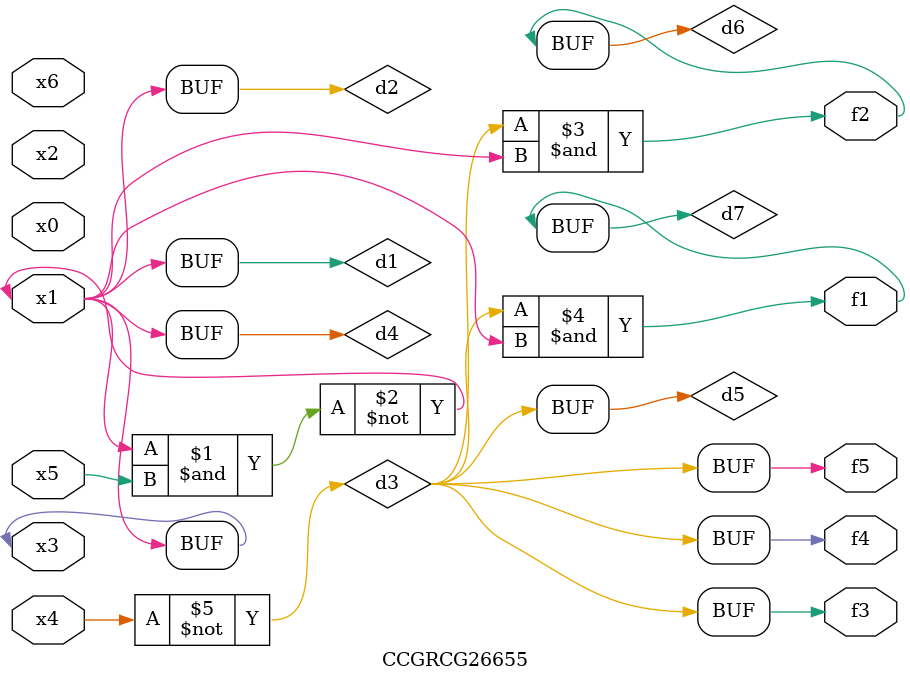
<source format=v>
module CCGRCG26655(
	input x0, x1, x2, x3, x4, x5, x6,
	output f1, f2, f3, f4, f5
);

	wire d1, d2, d3, d4, d5, d6, d7;

	buf (d1, x1, x3);
	nand (d2, x1, x5);
	not (d3, x4);
	buf (d4, d1, d2);
	buf (d5, d3);
	and (d6, d3, d4);
	and (d7, d3, d4);
	assign f1 = d7;
	assign f2 = d6;
	assign f3 = d5;
	assign f4 = d5;
	assign f5 = d5;
endmodule

</source>
